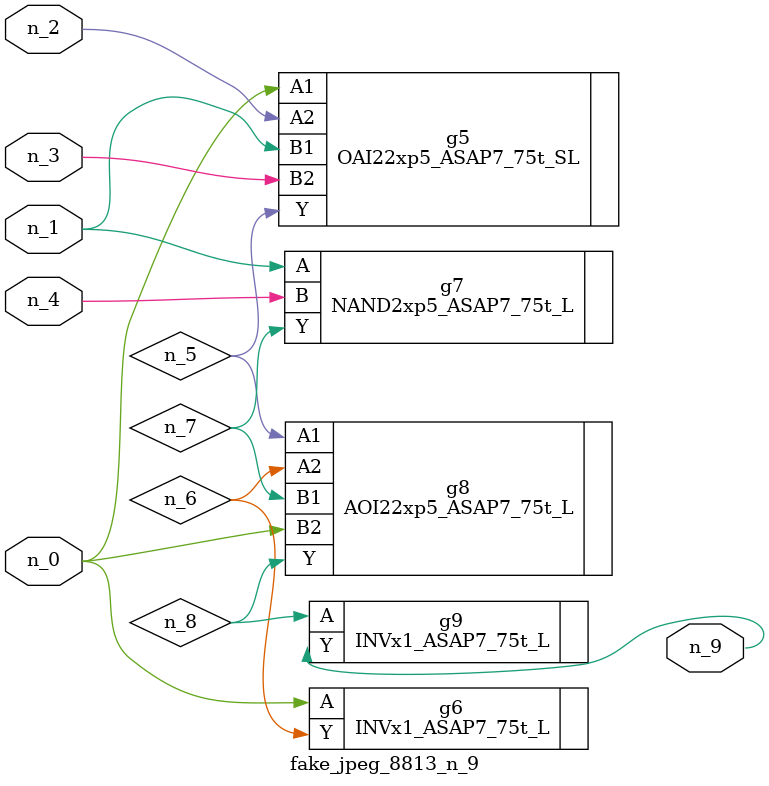
<source format=v>
module fake_jpeg_8813_n_9 (n_3, n_2, n_1, n_0, n_4, n_9);

input n_3;
input n_2;
input n_1;
input n_0;
input n_4;

output n_9;

wire n_8;
wire n_6;
wire n_5;
wire n_7;

OAI22xp5_ASAP7_75t_SL g5 ( 
.A1(n_0),
.A2(n_2),
.B1(n_1),
.B2(n_3),
.Y(n_5)
);

INVx1_ASAP7_75t_L g6 ( 
.A(n_0),
.Y(n_6)
);

NAND2xp5_ASAP7_75t_L g7 ( 
.A(n_1),
.B(n_4),
.Y(n_7)
);

AOI22xp5_ASAP7_75t_L g8 ( 
.A1(n_5),
.A2(n_6),
.B1(n_7),
.B2(n_0),
.Y(n_8)
);

INVx1_ASAP7_75t_L g9 ( 
.A(n_8),
.Y(n_9)
);


endmodule
</source>
